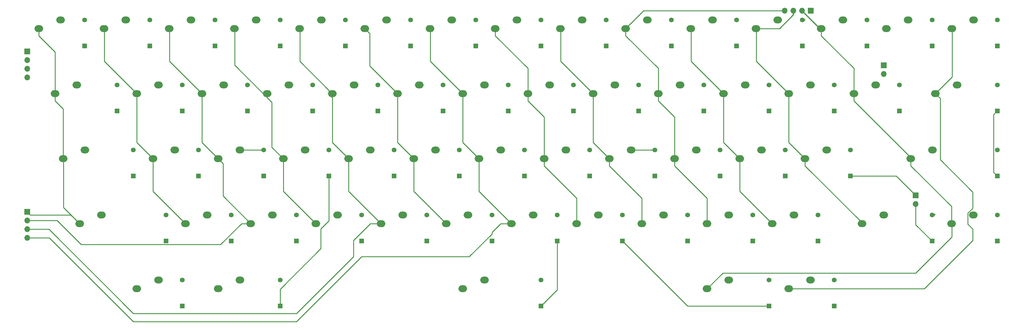
<source format=gbr>
G04 #@! TF.GenerationSoftware,KiCad,Pcbnew,(6.0.11)*
G04 #@! TF.CreationDate,2024-11-25T11:34:00+09:00*
G04 #@! TF.ProjectId,Flame60_PCB_Layer1,466c616d-6536-4305-9f50-43425f4c6179,rev?*
G04 #@! TF.SameCoordinates,Original*
G04 #@! TF.FileFunction,Copper,L2,Bot*
G04 #@! TF.FilePolarity,Positive*
%FSLAX46Y46*%
G04 Gerber Fmt 4.6, Leading zero omitted, Abs format (unit mm)*
G04 Created by KiCad (PCBNEW (6.0.11)) date 2024-11-25 11:34:00*
%MOMM*%
%LPD*%
G01*
G04 APERTURE LIST*
G04 #@! TA.AperFunction,ComponentPad*
%ADD10O,2.500000X2.000000*%
G04 #@! TD*
G04 #@! TA.AperFunction,ComponentPad*
%ADD11R,1.397000X1.397000*%
G04 #@! TD*
G04 #@! TA.AperFunction,ComponentPad*
%ADD12C,1.397000*%
G04 #@! TD*
G04 #@! TA.AperFunction,ComponentPad*
%ADD13R,1.700000X1.700000*%
G04 #@! TD*
G04 #@! TA.AperFunction,ComponentPad*
%ADD14O,1.700000X1.700000*%
G04 #@! TD*
G04 #@! TA.AperFunction,Conductor*
%ADD15C,0.250000*%
G04 #@! TD*
G04 #@! TA.AperFunction,Conductor*
%ADD16C,0.500000*%
G04 #@! TD*
G04 APERTURE END LIST*
D10*
X341471250Y-128428750D03*
X347821250Y-125888750D03*
X79533750Y-90328750D03*
X85883750Y-87788750D03*
X150971250Y-71278750D03*
X157321250Y-68738750D03*
X81915000Y-109378750D03*
X88265000Y-106838750D03*
X108108750Y-109378750D03*
X114458750Y-106838750D03*
X246221250Y-71278750D03*
X252571250Y-68738750D03*
X329565000Y-109378750D03*
X335915000Y-106838750D03*
X293846250Y-90328750D03*
X300196250Y-87788750D03*
X117633750Y-128428750D03*
X123983750Y-125888750D03*
X127158750Y-109378750D03*
X133508750Y-106838750D03*
X270033750Y-128428750D03*
X276383750Y-125888750D03*
X136683750Y-128428750D03*
X143033750Y-125888750D03*
X231933750Y-128428750D03*
X238283750Y-125888750D03*
X93821250Y-71278750D03*
X100171250Y-68738750D03*
X279558750Y-109378750D03*
X285908750Y-106838750D03*
X74771250Y-71278750D03*
X81121250Y-68738750D03*
X160496250Y-90328750D03*
X166846250Y-87788750D03*
X208121250Y-71278750D03*
X214471250Y-68738750D03*
X217646250Y-90328750D03*
X223996250Y-87788750D03*
X127158750Y-147478750D03*
X133508750Y-144938750D03*
X86677500Y-128428750D03*
X93027500Y-125888750D03*
X284321250Y-71278750D03*
X290671250Y-68738750D03*
X198596250Y-147478750D03*
X204946250Y-144938750D03*
X184308750Y-109378750D03*
X190658750Y-106838750D03*
X322421250Y-71278750D03*
X328771250Y-68738750D03*
X122396250Y-90328750D03*
X128746250Y-87788750D03*
X179546250Y-90328750D03*
X185896250Y-87788750D03*
X165258750Y-109378750D03*
X171608750Y-106838750D03*
X265271250Y-71278750D03*
X271621250Y-68738750D03*
X131921250Y-71278750D03*
X138271250Y-68738750D03*
X222408750Y-109378750D03*
X228758750Y-106838750D03*
X146208750Y-109378750D03*
X152558750Y-106838750D03*
X212883750Y-128428750D03*
X219233750Y-125888750D03*
X112871250Y-71278750D03*
X119221250Y-68738750D03*
X336744500Y-90328750D03*
X343094500Y-87788750D03*
X241458750Y-109378750D03*
X247808750Y-106838750D03*
X170021250Y-71278750D03*
X176371250Y-68738750D03*
X270033750Y-147478750D03*
X276383750Y-144938750D03*
X250983750Y-128428750D03*
X257333750Y-125888750D03*
X189071250Y-71278750D03*
X195421250Y-68738750D03*
X203358750Y-109378750D03*
X209708750Y-106838750D03*
X155733750Y-128428750D03*
X162083750Y-125888750D03*
X193833750Y-128428750D03*
X200183750Y-125888750D03*
X312896250Y-90328750D03*
X319246250Y-87788750D03*
X298608750Y-109378750D03*
X304958750Y-106838750D03*
X303371250Y-71278750D03*
X309721250Y-68738750D03*
X289083750Y-128428750D03*
X295433750Y-125888750D03*
X141446250Y-90328750D03*
X147796250Y-87788750D03*
X174783750Y-128428750D03*
X181133750Y-125888750D03*
X236696250Y-90328750D03*
X243046250Y-87788750D03*
X103346250Y-147478750D03*
X109696250Y-144938750D03*
X198596250Y-90328750D03*
X204946250Y-87788750D03*
X227171250Y-71278750D03*
X233521250Y-68738750D03*
X315277500Y-128428750D03*
X321627500Y-125888750D03*
X274796250Y-90328750D03*
X281146250Y-87788750D03*
X255746250Y-90328750D03*
X262096250Y-87788750D03*
X260508750Y-109378750D03*
X266858750Y-106838750D03*
X103346250Y-90328750D03*
X109696250Y-87788750D03*
X293846250Y-147478750D03*
X300196250Y-144938750D03*
X341566500Y-71278750D03*
X347916500Y-68738750D03*
D11*
X116681250Y-152560000D03*
D12*
X116681250Y-144940000D03*
D11*
X264318750Y-133510000D03*
D12*
X264318750Y-125890000D03*
D11*
X202406250Y-76378750D03*
D12*
X202406250Y-68758750D03*
D11*
X150018750Y-133510000D03*
D12*
X150018750Y-125890000D03*
D11*
X140493750Y-114460000D03*
D12*
X140493750Y-106840000D03*
D11*
X354806250Y-114460000D03*
D12*
X354806250Y-106840000D03*
D11*
X102393750Y-114460000D03*
D12*
X102393750Y-106840000D03*
D11*
X126206250Y-76378750D03*
D12*
X126206250Y-68758750D03*
D11*
X216693750Y-114460000D03*
D12*
X216693750Y-106840000D03*
D11*
X121443750Y-114460000D03*
D12*
X121443750Y-106840000D03*
D11*
X88106250Y-76378750D03*
D12*
X88106250Y-68758750D03*
D11*
X269081250Y-95410000D03*
D12*
X269081250Y-87790000D03*
D11*
X259556250Y-76378750D03*
D12*
X259556250Y-68758750D03*
D13*
X71400000Y-125000000D03*
D14*
X71400000Y-127540000D03*
X71400000Y-130080000D03*
X71400000Y-132620000D03*
D11*
X230981250Y-95410000D03*
D12*
X230981250Y-87790000D03*
D11*
X273843750Y-114460000D03*
D12*
X273843750Y-106840000D03*
D11*
X116681250Y-95410000D03*
D12*
X116681250Y-87790000D03*
D11*
X250031250Y-95410000D03*
D12*
X250031250Y-87790000D03*
D11*
X354806250Y-76378750D03*
D12*
X354806250Y-68758750D03*
D11*
X154781250Y-95410000D03*
D12*
X154781250Y-87790000D03*
D11*
X307181250Y-152560000D03*
D12*
X307181250Y-144940000D03*
D11*
X192881250Y-95410000D03*
D12*
X192881250Y-87790000D03*
D11*
X235743750Y-114460000D03*
D12*
X235743750Y-106840000D03*
D11*
X326231250Y-95410000D03*
D12*
X326231250Y-87790000D03*
D13*
X300355000Y-66043750D03*
D14*
X297815000Y-66043750D03*
X295275000Y-66043750D03*
X292735000Y-66043750D03*
D11*
X188118750Y-133510000D03*
D12*
X188118750Y-125890000D03*
D11*
X197643750Y-114460000D03*
D12*
X197643750Y-106840000D03*
D11*
X130968750Y-133510000D03*
D12*
X130968750Y-125890000D03*
D11*
X278606250Y-76378750D03*
D12*
X278606250Y-68758750D03*
D13*
X71400000Y-78000000D03*
D14*
X71400000Y-80540000D03*
X71400000Y-83080000D03*
X71400000Y-85620000D03*
D11*
X288131250Y-95410000D03*
D12*
X288131250Y-87790000D03*
D11*
X254793750Y-114460000D03*
D12*
X254793750Y-106840000D03*
D11*
X354806250Y-95410000D03*
D12*
X354806250Y-87790000D03*
D11*
X173831250Y-95410000D03*
D12*
X173831250Y-87790000D03*
D11*
X178593750Y-114460000D03*
D12*
X178593750Y-106840000D03*
D11*
X307181250Y-95410000D03*
D12*
X307181250Y-87790000D03*
D11*
X335756250Y-76378750D03*
D12*
X335756250Y-68758750D03*
D11*
X164306250Y-76378750D03*
D12*
X164306250Y-68758750D03*
D13*
X321700000Y-82000000D03*
D14*
X321700000Y-84540000D03*
D11*
X297906250Y-76378750D03*
D12*
X297906250Y-68758750D03*
D11*
X240506250Y-76378750D03*
D12*
X240506250Y-68758750D03*
D11*
X292893750Y-114460000D03*
D12*
X292893750Y-106840000D03*
D11*
X97631250Y-95410000D03*
D12*
X97631250Y-87790000D03*
D13*
X330993750Y-120113750D03*
D14*
X330993750Y-122653750D03*
D11*
X335756250Y-133510000D03*
D12*
X335756250Y-125890000D03*
D11*
X226218750Y-133510000D03*
D12*
X226218750Y-125890000D03*
D11*
X183356250Y-76378750D03*
D12*
X183356250Y-68758750D03*
D11*
X111918750Y-133510000D03*
D12*
X111918750Y-125890000D03*
D11*
X221456250Y-76378750D03*
D12*
X221456250Y-68758750D03*
D11*
X302418750Y-133510000D03*
D12*
X302418750Y-125890000D03*
D11*
X107156250Y-76378750D03*
D12*
X107156250Y-68758750D03*
D11*
X316706250Y-76378750D03*
D12*
X316706250Y-68758750D03*
D11*
X283368750Y-133510000D03*
D12*
X283368750Y-125890000D03*
D11*
X159543750Y-114460000D03*
D12*
X159543750Y-106840000D03*
D11*
X145256250Y-152560000D03*
D12*
X145256250Y-144940000D03*
D11*
X145256250Y-76378750D03*
D12*
X145256250Y-68758750D03*
D11*
X311943750Y-114460000D03*
D12*
X311943750Y-106840000D03*
D11*
X221456250Y-152560000D03*
D12*
X221456250Y-144940000D03*
D11*
X288131250Y-152560000D03*
D12*
X288131250Y-144940000D03*
D11*
X169068750Y-133510000D03*
D12*
X169068750Y-125890000D03*
D11*
X354806250Y-133510000D03*
D12*
X354806250Y-125890000D03*
D11*
X245268750Y-133510000D03*
D12*
X245268750Y-125890000D03*
D11*
X135731250Y-95410000D03*
D12*
X135731250Y-87790000D03*
D11*
X207168750Y-133510000D03*
D12*
X207168750Y-125890000D03*
D11*
X211931250Y-95410000D03*
D12*
X211931250Y-87790000D03*
D15*
X221436250Y-68738750D02*
X221456250Y-68758750D01*
X145236250Y-68738750D02*
X145256250Y-68758750D01*
X154780000Y-87788750D02*
X154781250Y-87790000D01*
X88511250Y-68738750D02*
X88625000Y-68625000D01*
X93028750Y-125890000D02*
X93027500Y-125888750D01*
X107136250Y-68738750D02*
X107156250Y-68758750D01*
X121442500Y-106838750D02*
X121443750Y-106840000D01*
X123985000Y-125890000D02*
X123983750Y-125888750D01*
X126511250Y-68738750D02*
X126625000Y-68625000D01*
X126625000Y-68625000D02*
X126340000Y-68625000D01*
X126340000Y-68625000D02*
X126206250Y-68758750D01*
X133508750Y-106838750D02*
X140492500Y-106838750D01*
X140492500Y-106838750D02*
X140493750Y-106840000D01*
X143035000Y-125890000D02*
X143033750Y-125888750D01*
X116680000Y-87788750D02*
X116681250Y-87790000D01*
X159542500Y-106838750D02*
X159543750Y-106840000D01*
X162085000Y-125890000D02*
X162083750Y-125888750D01*
X173830000Y-87788750D02*
X173831250Y-87790000D01*
X181135000Y-125890000D02*
X181133750Y-125888750D01*
X183511250Y-68738750D02*
X183625000Y-68625000D01*
X197642500Y-106838750D02*
X197643750Y-106840000D01*
X200185000Y-125890000D02*
X200183750Y-125888750D01*
X202511250Y-68738750D02*
X202625000Y-68625000D01*
X192880000Y-87788750D02*
X192881250Y-87790000D01*
X354646250Y-114300000D02*
X354806250Y-114300000D01*
X353782750Y-96469250D02*
X353782750Y-113436500D01*
X353782750Y-113436500D02*
X354646250Y-114300000D01*
X354842000Y-95410000D02*
X353782750Y-96469250D01*
X221456250Y-152560000D02*
X226218750Y-147797500D01*
X226218750Y-147797500D02*
X226218750Y-133510000D01*
X183621250Y-76378750D02*
X183356250Y-76378750D01*
X219235000Y-125890000D02*
X219233750Y-125888750D01*
X81915000Y-94798759D02*
X81915000Y-109378750D01*
X93876251Y-80858751D02*
X103346250Y-90328750D01*
X81970001Y-109433751D02*
X81970001Y-123721251D01*
X79533750Y-92417509D02*
X81915000Y-94798759D01*
X79588751Y-90383751D02*
X79533750Y-90328750D01*
X93821250Y-71278750D02*
X93876251Y-71333751D01*
X74771250Y-73367509D02*
X79533750Y-78130009D01*
X81915000Y-109378750D02*
X81970001Y-109433751D01*
X108108750Y-109378750D02*
X108163751Y-109433751D01*
X74771250Y-71278750D02*
X74771250Y-73367509D01*
X93876251Y-71333751D02*
X93876251Y-80858751D01*
X79533750Y-90328750D02*
X79533750Y-92417509D01*
X103401251Y-90383751D02*
X103401251Y-104671251D01*
X108163751Y-118958751D02*
X117633750Y-128428750D01*
X103346250Y-90328750D02*
X103401251Y-90383751D01*
X108163751Y-109433751D02*
X108163751Y-118958751D01*
X79533750Y-78130009D02*
X79533750Y-90328750D01*
X103401251Y-104671251D02*
X108108750Y-109378750D01*
X84117501Y-125868751D02*
X86677500Y-128428750D01*
X72268751Y-125868751D02*
X84117501Y-125868751D01*
X71400000Y-125000000D02*
X72268751Y-125868751D01*
X81970001Y-123721251D02*
X86677500Y-128428750D01*
X122451251Y-104671251D02*
X122451251Y-90383751D01*
X71400000Y-127540000D02*
X80104915Y-127540000D01*
X136683750Y-128428750D02*
X128593749Y-120338749D01*
X146263751Y-118958751D02*
X155733750Y-128428750D01*
X142881249Y-106051249D02*
X146208750Y-109378750D01*
X146208750Y-109378750D02*
X146263751Y-109433751D01*
X131921250Y-71278750D02*
X131976251Y-71333751D01*
X87098415Y-134533500D02*
X127898250Y-134533500D01*
X127898250Y-134533500D02*
X134003000Y-128428750D01*
X122396250Y-90328750D02*
X112926251Y-80858751D01*
X80104915Y-127540000D02*
X87098415Y-134533500D01*
X131976251Y-81970001D02*
X142881249Y-92874999D01*
X134003000Y-128428750D02*
X136683750Y-128428750D01*
X127158750Y-109378750D02*
X122451251Y-104671251D01*
X112926251Y-71333751D02*
X112871250Y-71278750D01*
X131976251Y-71333751D02*
X131976251Y-81970001D01*
X112926251Y-80858751D02*
X112926251Y-71333751D01*
X146263751Y-109433751D02*
X146263751Y-118958751D01*
X142881249Y-92874999D02*
X142881249Y-106051249D01*
X128593749Y-110813749D02*
X127158750Y-109378750D01*
X128593749Y-120338749D02*
X128593749Y-110813749D01*
X122451251Y-90383751D02*
X122396250Y-90328750D01*
X184363751Y-118958751D02*
X184363751Y-109433751D01*
X184363751Y-109433751D02*
X184308750Y-109378750D01*
X179546250Y-90328750D02*
X171456249Y-82238749D01*
X166687500Y-138112500D02*
X166687500Y-133350000D01*
X171456249Y-72713749D02*
X170021250Y-71278750D01*
X102393750Y-154781250D02*
X150018750Y-154781250D01*
X184308750Y-109378750D02*
X179601251Y-104671251D01*
X150971250Y-71278750D02*
X151026251Y-71333751D01*
X151026251Y-80858751D02*
X159543750Y-89376250D01*
X71400000Y-130080000D02*
X77692500Y-130080000D01*
X171608750Y-128428750D02*
X174783750Y-128428750D01*
X166687500Y-133350000D02*
X171608750Y-128428750D01*
X160551251Y-104671251D02*
X165258750Y-109378750D01*
X179601251Y-104671251D02*
X179601251Y-90383751D01*
X150018750Y-154781250D02*
X166687500Y-138112500D01*
X160551251Y-91495001D02*
X160551251Y-104671251D01*
X171456249Y-82238749D02*
X171456249Y-72713749D01*
X179601251Y-90383751D02*
X179546250Y-90328750D01*
X77692500Y-130080000D02*
X102393750Y-154781250D01*
X165258750Y-109378750D02*
X165313751Y-109433751D01*
X165313751Y-109433751D02*
X165313751Y-118958751D01*
X193833750Y-128428750D02*
X184363751Y-118958751D01*
X159543750Y-89376250D02*
X159543750Y-90487500D01*
X151026251Y-71333751D02*
X151026251Y-80858751D01*
X159543750Y-90487500D02*
X160551251Y-91495001D01*
X165313751Y-118958751D02*
X174783750Y-128428750D01*
X150018750Y-157162500D02*
X169068750Y-138112500D01*
X198651251Y-90383751D02*
X198651251Y-104671251D01*
X102393750Y-157162500D02*
X150018750Y-157162500D01*
X217646250Y-92417509D02*
X222408750Y-97180009D01*
X207168750Y-131463000D02*
X207168750Y-130968750D01*
X222408750Y-97180009D02*
X222408750Y-109378750D01*
X209708750Y-128428750D02*
X212883750Y-128428750D01*
X222408750Y-109378750D02*
X222408750Y-111467509D01*
X222408750Y-111467509D02*
X231933750Y-120992509D01*
X203413751Y-109433751D02*
X203413751Y-118958751D01*
X217646250Y-82892509D02*
X217646250Y-90328750D01*
X208121250Y-73367509D02*
X217646250Y-82892509D01*
X71400000Y-132620000D02*
X77851250Y-132620000D01*
X203358750Y-109378750D02*
X203413751Y-109433751D01*
X207168750Y-130968750D02*
X209708750Y-128428750D01*
X200519250Y-138112500D02*
X207168750Y-131463000D01*
X189071250Y-71278750D02*
X189126251Y-71333751D01*
X189126251Y-71333751D02*
X189126251Y-80858751D01*
X203413751Y-118958751D02*
X212883750Y-128428750D01*
X169068750Y-138112500D02*
X200519250Y-138112500D01*
X231933750Y-120992509D02*
X231933750Y-128428750D01*
X77851250Y-132620000D02*
X102393750Y-157162500D01*
X189126251Y-80858751D02*
X198596250Y-90328750D01*
X198596250Y-90328750D02*
X198651251Y-90383751D01*
X208121250Y-71278750D02*
X208121250Y-73367509D01*
X217646250Y-90328750D02*
X217646250Y-92417509D01*
X198651251Y-104671251D02*
X203358750Y-109378750D01*
X236696250Y-90328750D02*
X236751251Y-90383751D01*
X260508750Y-109378750D02*
X260508750Y-111467509D01*
X260508750Y-111467509D02*
X270033750Y-120992509D01*
X236751251Y-90383751D02*
X236751251Y-104671251D01*
X227226251Y-71333751D02*
X227226251Y-80858751D01*
X227171250Y-71278750D02*
X227226251Y-71333751D01*
X241458750Y-109378750D02*
X241458750Y-111467509D01*
X250983750Y-120992509D02*
X250983750Y-128428750D01*
X246221250Y-71278750D02*
X251456250Y-66043750D01*
X241458750Y-111467509D02*
X250983750Y-120992509D01*
X260508750Y-97180009D02*
X260508750Y-109378750D01*
X251456250Y-66043750D02*
X292735000Y-66043750D01*
X255746250Y-92417509D02*
X260508750Y-97180009D01*
X227226251Y-80858751D02*
X236696250Y-90328750D01*
X246221250Y-73367509D02*
X255746250Y-82892509D01*
X255746250Y-90328750D02*
X255746250Y-92417509D01*
X255746250Y-82892509D02*
X255746250Y-90328750D01*
X246221250Y-71278750D02*
X246221250Y-73367509D01*
X270033750Y-120992509D02*
X270033750Y-128428750D01*
X236751251Y-104671251D02*
X241458750Y-109378750D01*
X265326251Y-71333751D02*
X265326251Y-80858751D01*
X295275000Y-67245831D02*
X291242081Y-71278750D01*
X265326251Y-80858751D02*
X274796250Y-90328750D01*
X295275000Y-66043750D02*
X295275000Y-67245831D01*
X274796250Y-90328750D02*
X274851251Y-90383751D01*
X279613751Y-109433751D02*
X279613751Y-118958751D01*
X279613751Y-118958751D02*
X289083750Y-128428750D01*
X293846250Y-90328750D02*
X293901251Y-90383751D01*
X291153331Y-71278750D02*
X284321250Y-71278750D01*
X295186250Y-66043750D02*
X295186250Y-67245831D01*
X298608750Y-109378750D02*
X298608750Y-111467509D01*
X265271250Y-71278750D02*
X265326251Y-71333751D01*
X274851251Y-90383751D02*
X274851251Y-104671251D01*
X291242081Y-71278750D02*
X284321250Y-71278750D01*
X284376251Y-80858751D02*
X293846250Y-90328750D01*
X279558750Y-109378750D02*
X279613751Y-109433751D01*
X295186250Y-67245831D02*
X291153331Y-71278750D01*
X298608750Y-111467509D02*
X315277500Y-128136259D01*
X293901251Y-104671251D02*
X298608750Y-109378750D01*
X284376251Y-71333751D02*
X284376251Y-80858751D01*
X293901251Y-90383751D02*
X293901251Y-104671251D01*
X315277500Y-128136259D02*
X315277500Y-128428750D01*
X284321250Y-71278750D02*
X284376251Y-71333751D01*
X274851251Y-104671251D02*
X279558750Y-109378750D01*
X284490000Y-71110000D02*
X284321250Y-71278750D01*
X230821250Y-95410000D02*
X230981250Y-95410000D01*
X325340000Y-114460000D02*
X330993750Y-120113750D01*
X159543750Y-114460000D02*
X159543750Y-127609991D01*
X145096250Y-152560000D02*
X145256250Y-152400000D01*
X157162500Y-135731250D02*
X145256250Y-147637500D01*
X159543750Y-127609991D02*
X157162500Y-129991241D01*
X311783750Y-114460000D02*
X311943750Y-114460000D01*
X311943750Y-114460000D02*
X325340000Y-114460000D01*
X145256250Y-147637500D02*
X145256250Y-152560000D01*
X157162500Y-129991241D02*
X157162500Y-135731250D01*
X230980000Y-87788750D02*
X230981250Y-87790000D01*
X235742500Y-106838750D02*
X235743750Y-106840000D01*
X238285000Y-125890000D02*
X238283750Y-125888750D01*
X254792500Y-106838750D02*
X254793750Y-106840000D01*
X247808750Y-106838750D02*
X254792500Y-106838750D01*
X257335000Y-125890000D02*
X257333750Y-125888750D01*
X259536250Y-68738750D02*
X259556250Y-68758750D01*
X269080000Y-87788750D02*
X269081250Y-87790000D01*
X273842500Y-106838750D02*
X273843750Y-106840000D01*
X283367500Y-125888750D02*
X283368750Y-125890000D01*
X278586250Y-68738750D02*
X278606250Y-68758750D01*
X287461250Y-87788750D02*
X287625000Y-87625000D01*
X302417500Y-125888750D02*
X302418750Y-125890000D01*
X298511250Y-68738750D02*
X298625000Y-68625000D01*
X307180000Y-87788750D02*
X307181250Y-87790000D01*
X311942500Y-106838750D02*
X311943750Y-106840000D01*
X336361250Y-125888750D02*
X336625000Y-125625000D01*
X354805000Y-125888750D02*
X354806250Y-125890000D01*
X335736250Y-68738750D02*
X335756250Y-68758750D01*
X145255000Y-144938750D02*
X145256250Y-144940000D01*
X288130000Y-144938750D02*
X288131250Y-144940000D01*
X354786250Y-68738750D02*
X354806250Y-68758750D01*
X116680000Y-144938750D02*
X116681250Y-144940000D01*
X307180000Y-144938750D02*
X307181250Y-144940000D01*
X306863750Y-144938750D02*
X307181250Y-145256250D01*
X312896250Y-90328750D02*
X312896250Y-92417509D01*
X329565000Y-109378750D02*
X329565000Y-111467509D01*
X274637500Y-142875000D02*
X270033750Y-147478750D01*
X302961250Y-71278750D02*
X303371250Y-71278750D01*
X303050000Y-71278750D02*
X303371250Y-71278750D01*
X341471250Y-123373759D02*
X341471250Y-128428750D01*
X341526251Y-128483751D02*
X341526251Y-132342499D01*
X303371250Y-70478750D02*
X303371250Y-71278750D01*
X312896250Y-92417509D02*
X330016241Y-109537500D01*
X297726250Y-66043750D02*
X302961250Y-71278750D01*
X312896250Y-82892509D02*
X312896250Y-90328750D01*
X297815000Y-66043750D02*
X303050000Y-71278750D01*
X303371250Y-73367509D02*
X312896250Y-82892509D01*
X341526251Y-132342499D02*
X330993750Y-142875000D01*
X341471250Y-128428750D02*
X341526251Y-128483751D01*
X329565000Y-111467509D02*
X341471250Y-123373759D01*
X303371250Y-71278750D02*
X303371250Y-73367509D01*
X330993750Y-142875000D02*
X274637500Y-142875000D01*
X343095750Y-87790000D02*
X343094500Y-87788750D01*
X354805000Y-87788750D02*
X354806250Y-87790000D01*
X354840750Y-87788750D02*
X354842000Y-87790000D01*
X245108750Y-133510000D02*
X245268750Y-133510000D01*
D16*
X288131250Y-152400000D02*
X288250001Y-152518751D01*
X168908750Y-133510000D02*
X169068750Y-133510000D01*
D15*
X330993750Y-122653750D02*
X330993750Y-128747500D01*
X264318750Y-152560000D02*
X288131250Y-152560000D01*
D16*
X283208750Y-133510000D02*
X283368750Y-133510000D01*
D15*
X245268750Y-133510000D02*
X264318750Y-152560000D01*
D16*
X307062499Y-152518751D02*
X307181250Y-152400000D01*
D15*
X207008750Y-133510000D02*
X207168750Y-133510000D01*
X330993750Y-128747500D02*
X335756250Y-133510000D01*
X341566500Y-71278750D02*
X341621501Y-71333751D01*
X341621501Y-85451749D02*
X336744500Y-90328750D01*
X338137500Y-109662491D02*
X347662500Y-119187491D01*
X347656251Y-129984992D02*
X347656251Y-133356249D01*
X338137500Y-91721750D02*
X338137500Y-109662491D01*
X346246250Y-128574991D02*
X347656251Y-129984992D01*
X333533750Y-147478750D02*
X293846250Y-147478750D01*
X341621501Y-71333751D02*
X341621501Y-85451749D01*
X336744500Y-90328750D02*
X338137500Y-91721750D01*
X346246250Y-125339917D02*
X346246250Y-128574991D01*
X347662500Y-123923667D02*
X346246250Y-125339917D01*
X347662500Y-119187491D02*
X347662500Y-123923667D01*
X347656251Y-133356249D02*
X333533750Y-147478750D01*
M02*

</source>
